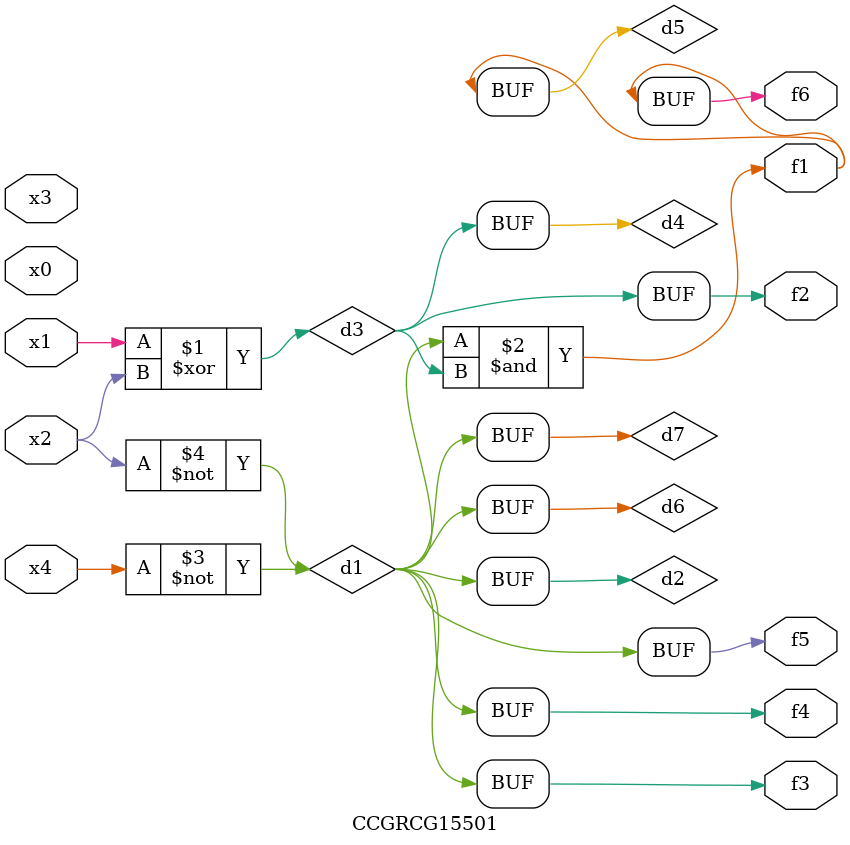
<source format=v>
module CCGRCG15501(
	input x0, x1, x2, x3, x4,
	output f1, f2, f3, f4, f5, f6
);

	wire d1, d2, d3, d4, d5, d6, d7;

	not (d1, x4);
	not (d2, x2);
	xor (d3, x1, x2);
	buf (d4, d3);
	and (d5, d1, d3);
	buf (d6, d1, d2);
	buf (d7, d2);
	assign f1 = d5;
	assign f2 = d4;
	assign f3 = d7;
	assign f4 = d7;
	assign f5 = d7;
	assign f6 = d5;
endmodule

</source>
